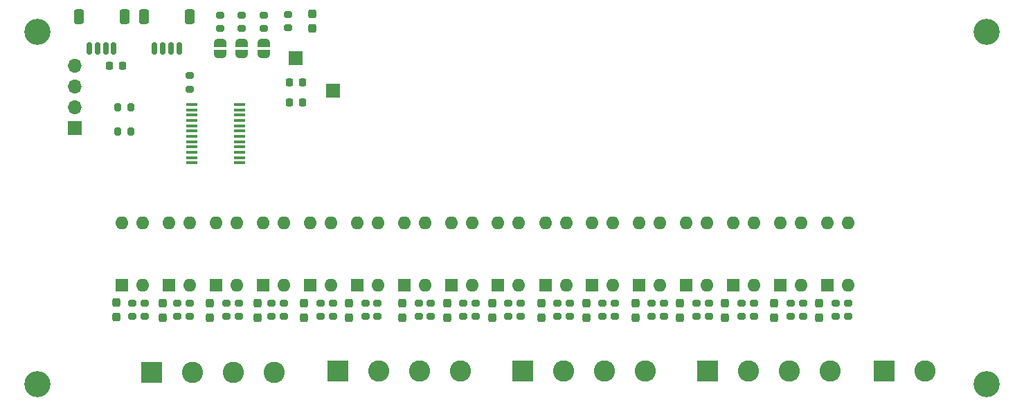
<source format=gts>
G04 #@! TF.GenerationSoftware,KiCad,Pcbnew,7.0.1*
G04 #@! TF.CreationDate,2023-06-13T03:05:23-04:00*
G04 #@! TF.ProjectId,i2c 24vin,69326320-3234-4766-996e-2e6b69636164,rev?*
G04 #@! TF.SameCoordinates,Original*
G04 #@! TF.FileFunction,Soldermask,Top*
G04 #@! TF.FilePolarity,Negative*
%FSLAX46Y46*%
G04 Gerber Fmt 4.6, Leading zero omitted, Abs format (unit mm)*
G04 Created by KiCad (PCBNEW 7.0.1) date 2023-06-13 03:05:23*
%MOMM*%
%LPD*%
G01*
G04 APERTURE LIST*
G04 Aperture macros list*
%AMRoundRect*
0 Rectangle with rounded corners*
0 $1 Rounding radius*
0 $2 $3 $4 $5 $6 $7 $8 $9 X,Y pos of 4 corners*
0 Add a 4 corners polygon primitive as box body*
4,1,4,$2,$3,$4,$5,$6,$7,$8,$9,$2,$3,0*
0 Add four circle primitives for the rounded corners*
1,1,$1+$1,$2,$3*
1,1,$1+$1,$4,$5*
1,1,$1+$1,$6,$7*
1,1,$1+$1,$8,$9*
0 Add four rect primitives between the rounded corners*
20,1,$1+$1,$2,$3,$4,$5,0*
20,1,$1+$1,$4,$5,$6,$7,0*
20,1,$1+$1,$6,$7,$8,$9,0*
20,1,$1+$1,$8,$9,$2,$3,0*%
%AMFreePoly0*
4,1,19,0.500000,-0.750000,0.000000,-0.750000,0.000000,-0.744911,-0.071157,-0.744911,-0.207708,-0.704816,-0.327430,-0.627875,-0.420627,-0.520320,-0.479746,-0.390866,-0.500000,-0.250000,-0.500000,0.250000,-0.479746,0.390866,-0.420627,0.520320,-0.327430,0.627875,-0.207708,0.704816,-0.071157,0.744911,0.000000,0.744911,0.000000,0.750000,0.500000,0.750000,0.500000,-0.750000,0.500000,-0.750000,
$1*%
%AMFreePoly1*
4,1,19,0.000000,0.744911,0.071157,0.744911,0.207708,0.704816,0.327430,0.627875,0.420627,0.520320,0.479746,0.390866,0.500000,0.250000,0.500000,-0.250000,0.479746,-0.390866,0.420627,-0.520320,0.327430,-0.627875,0.207708,-0.704816,0.071157,-0.744911,0.000000,-0.744911,0.000000,-0.750000,-0.500000,-0.750000,-0.500000,0.750000,0.000000,0.750000,0.000000,0.744911,0.000000,0.744911,
$1*%
G04 Aperture macros list end*
%ADD10RoundRect,0.200000X-0.275000X0.200000X-0.275000X-0.200000X0.275000X-0.200000X0.275000X0.200000X0*%
%ADD11R,2.600000X2.600000*%
%ADD12C,2.600000*%
%ADD13R,1.600000X1.600000*%
%ADD14O,1.600000X1.600000*%
%ADD15RoundRect,0.237500X-0.237500X0.287500X-0.237500X-0.287500X0.237500X-0.287500X0.237500X0.287500X0*%
%ADD16RoundRect,0.200000X0.275000X-0.200000X0.275000X0.200000X-0.275000X0.200000X-0.275000X-0.200000X0*%
%ADD17RoundRect,0.225000X-0.225000X-0.250000X0.225000X-0.250000X0.225000X0.250000X-0.225000X0.250000X0*%
%ADD18FreePoly0,90.000000*%
%ADD19FreePoly1,90.000000*%
%ADD20RoundRect,0.200000X0.200000X0.275000X-0.200000X0.275000X-0.200000X-0.275000X0.200000X-0.275000X0*%
%ADD21C,3.200000*%
%ADD22RoundRect,0.150000X0.150000X0.625000X-0.150000X0.625000X-0.150000X-0.625000X0.150000X-0.625000X0*%
%ADD23RoundRect,0.250000X0.350000X0.650000X-0.350000X0.650000X-0.350000X-0.650000X0.350000X-0.650000X0*%
%ADD24R,1.700000X1.700000*%
%ADD25O,1.700000X1.700000*%
%ADD26RoundRect,0.237500X0.237500X-0.287500X0.237500X0.287500X-0.237500X0.287500X-0.237500X-0.287500X0*%
%ADD27R,1.475000X0.450000*%
G04 APERTURE END LIST*
D10*
X119000000Y-117000000D03*
X119000000Y-118650000D03*
X159500000Y-117000000D03*
X159500000Y-118650000D03*
D11*
X153703000Y-125313000D03*
D12*
X158703000Y-125313000D03*
X163703000Y-125313000D03*
X168703000Y-125313000D03*
D13*
X162225000Y-114800000D03*
D14*
X164765000Y-114800000D03*
X164765000Y-107180000D03*
X162225000Y-107180000D03*
D15*
X121275000Y-117000000D03*
X121275000Y-118750000D03*
D10*
X106000000Y-117000000D03*
X106000000Y-118650000D03*
X107500000Y-117000000D03*
X107500000Y-118650000D03*
X130500000Y-117000000D03*
X130500000Y-118650000D03*
X153500000Y-117000000D03*
X153500000Y-118650000D03*
X142500000Y-117000000D03*
X142500000Y-118650000D03*
D16*
X125000000Y-83325000D03*
X125000000Y-81675000D03*
D13*
X133500000Y-114800000D03*
D14*
X136040000Y-114800000D03*
X136040000Y-107180000D03*
X133500000Y-107180000D03*
D10*
X141000000Y-117000000D03*
X141000000Y-118650000D03*
X163500000Y-117000000D03*
X163500000Y-118650000D03*
D17*
X103225000Y-88000000D03*
X104775000Y-88000000D03*
D10*
X111500000Y-117000000D03*
X111500000Y-118650000D03*
D16*
X116713000Y-83405000D03*
X116713000Y-81755000D03*
D10*
X193500000Y-117000000D03*
X193500000Y-118650000D03*
X158000000Y-117000000D03*
X158000000Y-118650000D03*
D18*
X122047000Y-86502000D03*
D19*
X122047000Y-85202000D03*
D10*
X192000000Y-117000000D03*
X192000000Y-118650000D03*
D13*
X191000000Y-114800000D03*
D14*
X193540000Y-114800000D03*
X193540000Y-107180000D03*
X191000000Y-107180000D03*
D20*
X105825000Y-93000000D03*
X104175000Y-93000000D03*
D15*
X184500000Y-117000000D03*
X184500000Y-118750000D03*
D13*
X156500000Y-114800000D03*
D14*
X159040000Y-114800000D03*
X159040000Y-107180000D03*
X156500000Y-107180000D03*
D10*
X169500000Y-117000000D03*
X169500000Y-118650000D03*
D11*
X197946000Y-125313000D03*
D12*
X202946000Y-125313000D03*
D11*
X108364000Y-125440000D03*
D12*
X113364000Y-125440000D03*
X118364000Y-125440000D03*
X123364000Y-125440000D03*
D18*
X116713000Y-86502000D03*
D19*
X116713000Y-85202000D03*
D10*
X113000000Y-117000000D03*
X113000000Y-118650000D03*
D13*
X110460000Y-114800000D03*
D14*
X113000000Y-114800000D03*
X113000000Y-107180000D03*
X110460000Y-107180000D03*
D15*
X132500000Y-117000000D03*
X132500000Y-118750000D03*
X167500000Y-117000000D03*
X167500000Y-118750000D03*
D10*
X186500000Y-117000000D03*
X186500000Y-118650000D03*
D13*
X168000000Y-114800000D03*
D14*
X170540000Y-114800000D03*
X170540000Y-107180000D03*
X168000000Y-107180000D03*
D21*
X94400000Y-83834000D03*
D15*
X127000000Y-117000000D03*
X127000000Y-118750000D03*
X156000000Y-117000000D03*
X156000000Y-118750000D03*
D11*
X131097000Y-125313000D03*
D12*
X136097000Y-125313000D03*
X141097000Y-125313000D03*
X146097000Y-125313000D03*
D17*
X125225000Y-90000000D03*
X126775000Y-90000000D03*
D22*
X111736000Y-85820000D03*
X110736000Y-85820000D03*
X109736000Y-85820000D03*
X108736000Y-85820000D03*
D23*
X113036000Y-81945000D03*
X107436000Y-81945000D03*
D18*
X119380000Y-86502000D03*
D19*
X119380000Y-85202000D03*
D17*
X125225000Y-92456000D03*
X126775000Y-92456000D03*
D15*
X139000000Y-117000000D03*
X139000000Y-118750000D03*
X104000000Y-116950000D03*
X104000000Y-118700000D03*
D10*
X123000000Y-117000000D03*
X123000000Y-118650000D03*
X152000000Y-117000000D03*
X152000000Y-118650000D03*
D24*
X99000000Y-95544000D03*
D25*
X99000000Y-93004000D03*
X99000000Y-90464000D03*
X99000000Y-87924000D03*
D13*
X150725000Y-114800000D03*
D14*
X153265000Y-114800000D03*
X153265000Y-107180000D03*
X150725000Y-107180000D03*
D10*
X113000000Y-89175000D03*
X113000000Y-90825000D03*
X129000000Y-117000000D03*
X129000000Y-118650000D03*
X188000000Y-117000000D03*
X188000000Y-118650000D03*
D15*
X173000000Y-117000000D03*
X173000000Y-118750000D03*
D10*
X146500000Y-117000000D03*
X146500000Y-118650000D03*
D13*
X139225000Y-114800000D03*
D14*
X141765000Y-114800000D03*
X141765000Y-107180000D03*
X139225000Y-107180000D03*
D11*
X176309000Y-125313000D03*
D12*
X181309000Y-125313000D03*
X186309000Y-125313000D03*
X191309000Y-125313000D03*
D10*
X176500000Y-117000000D03*
X176500000Y-118650000D03*
D24*
X130500000Y-91000000D03*
D21*
X210479000Y-83834000D03*
D10*
X136000000Y-117000000D03*
X136000000Y-118650000D03*
X180500000Y-117000000D03*
X180500000Y-118650000D03*
D13*
X127725000Y-114800000D03*
D14*
X130265000Y-114800000D03*
X130265000Y-107180000D03*
X127725000Y-107180000D03*
D10*
X148000000Y-117000000D03*
X148000000Y-118650000D03*
X117500000Y-117000000D03*
X117500000Y-118650000D03*
D13*
X179500000Y-114800000D03*
D14*
X182040000Y-114800000D03*
X182040000Y-107180000D03*
X179500000Y-107180000D03*
D22*
X103735000Y-85820000D03*
X102735000Y-85820000D03*
X101735000Y-85820000D03*
X100735000Y-85820000D03*
D23*
X105035000Y-81945000D03*
X99435000Y-81945000D03*
D13*
X116225000Y-114800000D03*
D14*
X118765000Y-114800000D03*
X118765000Y-107180000D03*
X116225000Y-107180000D03*
D24*
X126000000Y-87000000D03*
D13*
X122000000Y-114800000D03*
D14*
X124540000Y-114800000D03*
X124540000Y-107180000D03*
X122000000Y-107180000D03*
D21*
X210479000Y-126913000D03*
D15*
X161500000Y-117000000D03*
X161500000Y-118750000D03*
D16*
X122047000Y-83390000D03*
X122047000Y-81740000D03*
D26*
X128000000Y-83375000D03*
X128000000Y-81625000D03*
D10*
X134500000Y-117000000D03*
X134500000Y-118650000D03*
D13*
X173725000Y-114800000D03*
D14*
X176265000Y-114800000D03*
X176265000Y-107180000D03*
X173725000Y-107180000D03*
D20*
X105825000Y-96000000D03*
X104175000Y-96000000D03*
D10*
X165000000Y-117000000D03*
X165000000Y-118650000D03*
X175000000Y-117000000D03*
X175000000Y-118650000D03*
D15*
X150000000Y-117000000D03*
X150000000Y-118750000D03*
D10*
X171000000Y-117000000D03*
X171000000Y-118650000D03*
D13*
X145000000Y-114800000D03*
D14*
X147540000Y-114800000D03*
X147540000Y-107180000D03*
X145000000Y-107180000D03*
D15*
X178500000Y-117000000D03*
X178500000Y-118750000D03*
D13*
X185225000Y-114800000D03*
D14*
X187765000Y-114800000D03*
X187765000Y-107180000D03*
X185225000Y-107180000D03*
D10*
X182000000Y-117000000D03*
X182000000Y-118650000D03*
D15*
X144500000Y-117000000D03*
X144500000Y-118750000D03*
D10*
X124500000Y-117000000D03*
X124500000Y-118650000D03*
D27*
X113254000Y-92700000D03*
X113254000Y-93350000D03*
X113254000Y-94000000D03*
X113254000Y-94650000D03*
X113254000Y-95300000D03*
X113254000Y-95950000D03*
X113254000Y-96600000D03*
X113254000Y-97250000D03*
X113254000Y-97900000D03*
X113254000Y-98550000D03*
X113254000Y-99200000D03*
X113254000Y-99850000D03*
X119130000Y-99850000D03*
X119130000Y-99200000D03*
X119130000Y-98550000D03*
X119130000Y-97900000D03*
X119130000Y-97250000D03*
X119130000Y-96600000D03*
X119130000Y-95950000D03*
X119130000Y-95300000D03*
X119130000Y-94650000D03*
X119130000Y-94000000D03*
X119130000Y-93350000D03*
X119130000Y-92700000D03*
D15*
X109735000Y-117000000D03*
X109735000Y-118750000D03*
D21*
X94400000Y-126913000D03*
D15*
X190000000Y-117000000D03*
X190000000Y-118750000D03*
D13*
X104725000Y-114800000D03*
D14*
X107265000Y-114800000D03*
X107265000Y-107180000D03*
X104725000Y-107180000D03*
D15*
X115500000Y-117000000D03*
X115500000Y-118750000D03*
D16*
X119380000Y-83390000D03*
X119380000Y-81740000D03*
M02*

</source>
